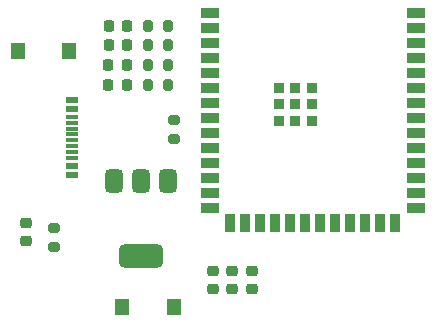
<source format=gbr>
%TF.GenerationSoftware,KiCad,Pcbnew,9.0.7-9.0.7~ubuntu24.04.1*%
%TF.CreationDate,2026-01-19T19:18:32+05:30*%
%TF.ProjectId,controller,636f6e74-726f-46c6-9c65-722e6b696361,rev?*%
%TF.SameCoordinates,Original*%
%TF.FileFunction,Paste,Top*%
%TF.FilePolarity,Positive*%
%FSLAX46Y46*%
G04 Gerber Fmt 4.6, Leading zero omitted, Abs format (unit mm)*
G04 Created by KiCad (PCBNEW 9.0.7-9.0.7~ubuntu24.04.1) date 2026-01-19 19:18:32*
%MOMM*%
%LPD*%
G01*
G04 APERTURE LIST*
G04 Aperture macros list*
%AMRoundRect*
0 Rectangle with rounded corners*
0 $1 Rounding radius*
0 $2 $3 $4 $5 $6 $7 $8 $9 X,Y pos of 4 corners*
0 Add a 4 corners polygon primitive as box body*
4,1,4,$2,$3,$4,$5,$6,$7,$8,$9,$2,$3,0*
0 Add four circle primitives for the rounded corners*
1,1,$1+$1,$2,$3*
1,1,$1+$1,$4,$5*
1,1,$1+$1,$6,$7*
1,1,$1+$1,$8,$9*
0 Add four rect primitives between the rounded corners*
20,1,$1+$1,$2,$3,$4,$5,0*
20,1,$1+$1,$4,$5,$6,$7,0*
20,1,$1+$1,$6,$7,$8,$9,0*
20,1,$1+$1,$8,$9,$2,$3,0*%
G04 Aperture macros list end*
%ADD10RoundRect,0.200000X-0.275000X0.200000X-0.275000X-0.200000X0.275000X-0.200000X0.275000X0.200000X0*%
%ADD11R,1.230000X1.360000*%
%ADD12RoundRect,0.218750X-0.218750X-0.256250X0.218750X-0.256250X0.218750X0.256250X-0.218750X0.256250X0*%
%ADD13RoundRect,0.225000X-0.250000X0.225000X-0.250000X-0.225000X0.250000X-0.225000X0.250000X0.225000X0*%
%ADD14R,1.140000X0.600000*%
%ADD15R,1.140000X0.300000*%
%ADD16RoundRect,0.375000X-0.375000X0.625000X-0.375000X-0.625000X0.375000X-0.625000X0.375000X0.625000X0*%
%ADD17RoundRect,0.500000X-1.400000X0.500000X-1.400000X-0.500000X1.400000X-0.500000X1.400000X0.500000X0*%
%ADD18RoundRect,0.225000X0.225000X0.250000X-0.225000X0.250000X-0.225000X-0.250000X0.225000X-0.250000X0*%
%ADD19RoundRect,0.200000X0.200000X0.275000X-0.200000X0.275000X-0.200000X-0.275000X0.200000X-0.275000X0*%
%ADD20R,1.500000X0.900000*%
%ADD21R,0.900000X1.500000*%
%ADD22R,0.900000X0.900000*%
%ADD23RoundRect,0.225000X0.250000X-0.225000X0.250000X0.225000X-0.250000X0.225000X-0.250000X-0.225000X0*%
G04 APERTURE END LIST*
D10*
%TO.C,R1*%
X120854457Y-92497298D03*
X120854457Y-94147298D03*
%TD*%
D11*
%TO.C,SW2*%
X131014457Y-99227298D03*
X126654457Y-99227298D03*
%TD*%
D12*
%TO.C,D3*%
X125506457Y-77031298D03*
X127081457Y-77031298D03*
%TD*%
D13*
%TO.C,C3*%
X134318457Y-96153298D03*
X134318457Y-97703298D03*
%TD*%
D14*
%TO.C,J1*%
X122432457Y-81645298D03*
X122432457Y-82445298D03*
D15*
X122432457Y-83595298D03*
X122432457Y-84595298D03*
X122432457Y-85095298D03*
X122432457Y-86095298D03*
D14*
X122432457Y-88045298D03*
X122432457Y-87245298D03*
D15*
X122432457Y-86595298D03*
X122432457Y-85595298D03*
X122432457Y-84095298D03*
X122432457Y-83095298D03*
%TD*%
D12*
%TO.C,D2*%
X125493957Y-78731298D03*
X127068957Y-78731298D03*
%TD*%
D16*
%TO.C,U3*%
X130534457Y-88559298D03*
X128234457Y-88559298D03*
D17*
X128234457Y-94859298D03*
D16*
X125934457Y-88559298D03*
%TD*%
D18*
%TO.C,C5*%
X127056457Y-75431298D03*
X125506457Y-75431298D03*
%TD*%
D13*
%TO.C,C2*%
X135918457Y-96153298D03*
X135918457Y-97703298D03*
%TD*%
D19*
%TO.C,R5*%
X130506457Y-78731298D03*
X128856457Y-78731298D03*
%TD*%
%TO.C,R6*%
X130518957Y-77031298D03*
X128868957Y-77031298D03*
%TD*%
D11*
%TO.C,SW1*%
X117806457Y-77510298D03*
X122166457Y-77510298D03*
%TD*%
D20*
%TO.C,U2*%
X134062457Y-74335298D03*
X134062457Y-75605298D03*
X134062457Y-76875298D03*
X134062457Y-78145298D03*
X134062457Y-79415298D03*
X134062457Y-80685298D03*
X134062457Y-81955298D03*
X134062457Y-83225298D03*
X134062457Y-84495298D03*
X134062457Y-85765298D03*
X134062457Y-87035298D03*
X134062457Y-88305298D03*
X134062457Y-89575298D03*
X134062457Y-90845298D03*
D21*
X135827457Y-92095298D03*
X137097457Y-92095298D03*
X138367457Y-92095298D03*
X139637457Y-92095298D03*
X140907457Y-92095298D03*
X142177457Y-92095298D03*
X143447457Y-92095298D03*
X144717457Y-92095298D03*
X145987457Y-92095298D03*
X147257457Y-92095298D03*
X148527457Y-92095298D03*
X149797457Y-92095298D03*
D20*
X151562457Y-90845298D03*
X151562457Y-89575298D03*
X151562457Y-88305298D03*
X151562457Y-87035298D03*
X151562457Y-85765298D03*
X151562457Y-84495298D03*
X151562457Y-83225298D03*
X151562457Y-81955298D03*
X151562457Y-80685298D03*
X151562457Y-79415298D03*
X151562457Y-78145298D03*
X151562457Y-76875298D03*
X151562457Y-75605298D03*
X151562457Y-74335298D03*
D22*
X139912457Y-80655298D03*
X139912457Y-82055298D03*
X139912457Y-83455298D03*
X139912457Y-83455298D03*
X141312457Y-80655298D03*
X141312457Y-80655298D03*
X141312457Y-82055298D03*
X141312457Y-83455298D03*
X142712457Y-80655298D03*
X142712457Y-82055298D03*
X142712457Y-83455298D03*
%TD*%
D19*
%TO.C,R4*%
X130506457Y-80431298D03*
X128856457Y-80431298D03*
%TD*%
D13*
%TO.C,C1*%
X137618457Y-96153298D03*
X137618457Y-97703298D03*
%TD*%
D19*
%TO.C,R3*%
X130506457Y-75431298D03*
X128856457Y-75431298D03*
%TD*%
D12*
%TO.C,D1*%
X125481457Y-80431298D03*
X127056457Y-80431298D03*
%TD*%
D10*
%TO.C,R2*%
X131014457Y-83353298D03*
X131014457Y-85003298D03*
%TD*%
D23*
%TO.C,C4*%
X118546457Y-93624298D03*
X118546457Y-92074298D03*
%TD*%
M02*

</source>
